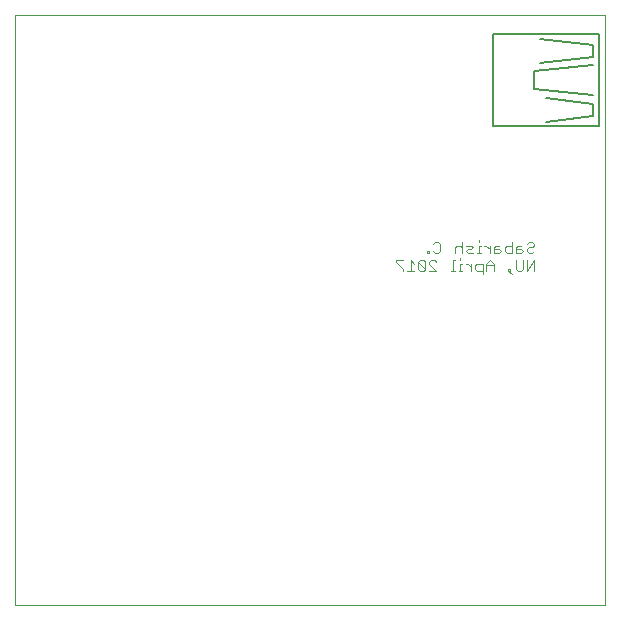
<source format=gbo>
G75*
%MOIN*%
%OFA0B0*%
%FSLAX25Y25*%
%IPPOS*%
%LPD*%
%AMOC8*
5,1,8,0,0,1.08239X$1,22.5*
%
%ADD10C,0.00000*%
%ADD11C,0.00400*%
%ADD12C,0.00500*%
D10*
X0001800Y0002000D02*
X0001800Y0198850D01*
X0198650Y0198850D01*
X0198650Y0002000D01*
X0001800Y0002000D01*
D11*
X0128914Y0116503D02*
X0131316Y0114101D01*
X0131316Y0113500D01*
X0132597Y0113500D02*
X0134999Y0113500D01*
X0133798Y0113500D02*
X0133798Y0117103D01*
X0134999Y0115902D01*
X0136280Y0116503D02*
X0136280Y0114101D01*
X0136881Y0113500D01*
X0138082Y0113500D01*
X0138682Y0114101D01*
X0136280Y0116503D01*
X0136881Y0117103D01*
X0138082Y0117103D01*
X0138682Y0116503D01*
X0138682Y0114101D01*
X0139964Y0113500D02*
X0142366Y0113500D01*
X0139964Y0115902D01*
X0139964Y0116503D01*
X0140564Y0117103D01*
X0141765Y0117103D01*
X0142366Y0116503D01*
X0141792Y0119500D02*
X0141191Y0120101D01*
X0141792Y0119500D02*
X0142993Y0119500D01*
X0143593Y0120101D01*
X0143593Y0122503D01*
X0142993Y0123103D01*
X0141792Y0123103D01*
X0141191Y0122503D01*
X0139910Y0120101D02*
X0139310Y0120101D01*
X0139310Y0119500D01*
X0139910Y0119500D01*
X0139910Y0120101D01*
X0147904Y0117103D02*
X0147904Y0113500D01*
X0148504Y0113500D02*
X0147303Y0113500D01*
X0149759Y0113500D02*
X0150960Y0113500D01*
X0150359Y0113500D02*
X0150359Y0115902D01*
X0150960Y0115902D01*
X0152227Y0115902D02*
X0152828Y0115902D01*
X0154029Y0114701D01*
X0154029Y0113500D02*
X0154029Y0115902D01*
X0155310Y0115302D02*
X0155310Y0114101D01*
X0155910Y0113500D01*
X0157712Y0113500D01*
X0157712Y0112299D02*
X0157712Y0115902D01*
X0155910Y0115902D01*
X0155310Y0115302D01*
X0158993Y0115302D02*
X0161395Y0115302D01*
X0161395Y0115902D02*
X0160194Y0117103D01*
X0158993Y0115902D01*
X0158993Y0113500D01*
X0161395Y0113500D02*
X0161395Y0115902D01*
X0161449Y0119500D02*
X0163250Y0119500D01*
X0163851Y0120101D01*
X0163250Y0120701D01*
X0161449Y0120701D01*
X0161449Y0121302D02*
X0161449Y0119500D01*
X0160167Y0119500D02*
X0160167Y0121902D01*
X0160167Y0120701D02*
X0158966Y0121902D01*
X0158366Y0121902D01*
X0157098Y0121902D02*
X0156498Y0121902D01*
X0156498Y0119500D01*
X0157098Y0119500D02*
X0155897Y0119500D01*
X0154643Y0119500D02*
X0152841Y0119500D01*
X0152241Y0120101D01*
X0152841Y0120701D01*
X0154042Y0120701D01*
X0154643Y0121302D01*
X0154042Y0121902D01*
X0152241Y0121902D01*
X0150960Y0121302D02*
X0150359Y0121902D01*
X0149158Y0121902D01*
X0148558Y0121302D01*
X0148558Y0119500D01*
X0148504Y0117103D02*
X0147904Y0117103D01*
X0150359Y0117103D02*
X0150359Y0117704D01*
X0150960Y0119500D02*
X0150960Y0123103D01*
X0156498Y0123103D02*
X0156498Y0123704D01*
X0161449Y0121302D02*
X0162049Y0121902D01*
X0163250Y0121902D01*
X0165132Y0121302D02*
X0165132Y0120101D01*
X0165732Y0119500D01*
X0167534Y0119500D01*
X0167534Y0123103D01*
X0167534Y0121902D02*
X0165732Y0121902D01*
X0165132Y0121302D01*
X0168815Y0121302D02*
X0168815Y0119500D01*
X0170616Y0119500D01*
X0171217Y0120101D01*
X0170616Y0120701D01*
X0168815Y0120701D01*
X0168815Y0121302D02*
X0169415Y0121902D01*
X0170616Y0121902D01*
X0172498Y0122503D02*
X0173098Y0123103D01*
X0174299Y0123103D01*
X0174900Y0122503D01*
X0174900Y0121902D01*
X0174299Y0121302D01*
X0173098Y0121302D01*
X0172498Y0120701D01*
X0172498Y0120101D01*
X0173098Y0119500D01*
X0174299Y0119500D01*
X0174900Y0120101D01*
X0174900Y0117103D02*
X0172498Y0113500D01*
X0172498Y0117103D01*
X0171217Y0117103D02*
X0171217Y0114101D01*
X0170616Y0113500D01*
X0169415Y0113500D01*
X0168815Y0114101D01*
X0168815Y0117103D01*
X0166933Y0114101D02*
X0166933Y0113500D01*
X0166333Y0113500D01*
X0166333Y0114101D01*
X0166933Y0114101D01*
X0166333Y0113500D02*
X0167534Y0112299D01*
X0174900Y0113500D02*
X0174900Y0117103D01*
X0131316Y0117103D02*
X0128914Y0117103D01*
X0128914Y0116503D01*
D12*
X0161131Y0161646D02*
X0196564Y0161646D01*
X0196564Y0192354D01*
X0161131Y0192354D01*
X0161131Y0161646D01*
X0174910Y0174047D02*
X0174910Y0179953D01*
X0194595Y0181921D01*
X0194595Y0184874D02*
X0176879Y0182906D01*
X0176879Y0190780D02*
X0194595Y0188811D01*
X0194595Y0184874D01*
X0194595Y0172079D02*
X0174910Y0174047D01*
X0178847Y0171094D02*
X0194595Y0169126D01*
X0194595Y0165189D01*
X0178847Y0163220D01*
M02*

</source>
